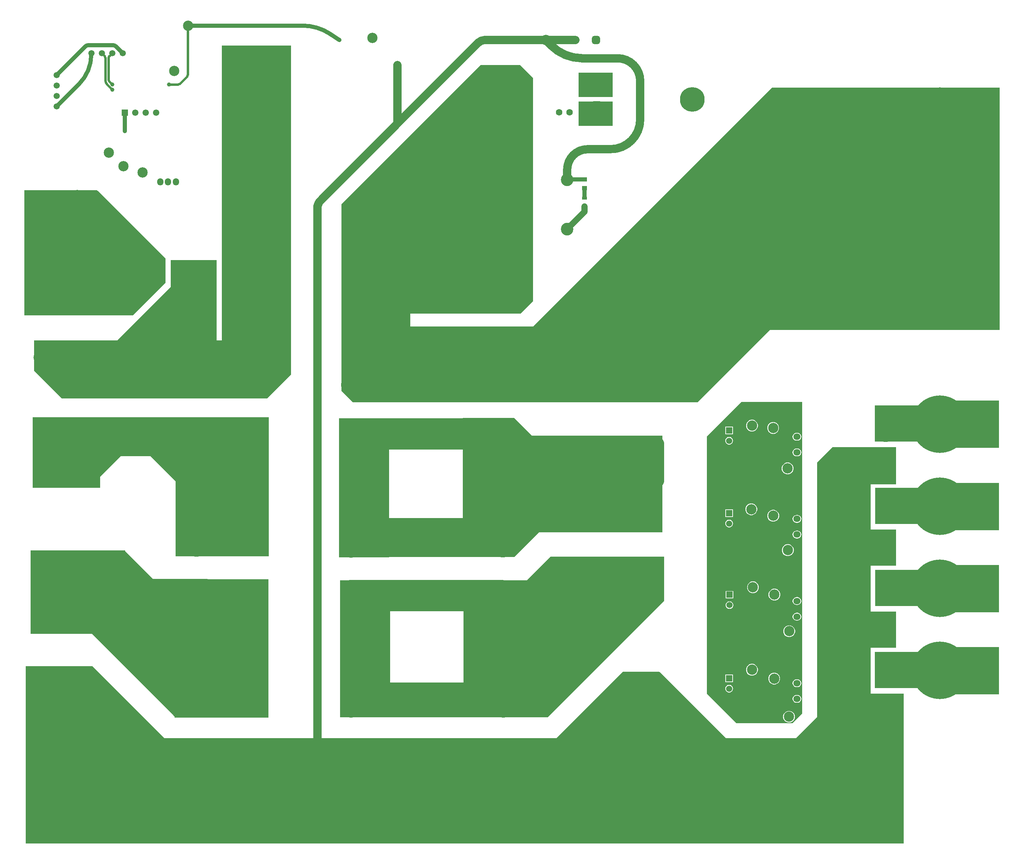
<source format=gbr>
%TF.GenerationSoftware,Altium Limited,Altium Designer,24.7.2 (38)*%
G04 Layer_Physical_Order=1*
G04 Layer_Color=255*
%FSLAX43Y43*%
%MOMM*%
%TF.SameCoordinates,3DDE4B3C-03A5-4BC3-9972-2EF5A5DF1AA7*%
%TF.FilePolarity,Positive*%
%TF.FileFunction,Copper,L1,Top,Signal*%
%TF.Part,Single*%
G01*
G75*
%TA.AperFunction,Conductor*%
%ADD10C,1.000*%
%ADD11C,2.000*%
%ADD12C,3.000*%
%ADD13C,5.000*%
%ADD14C,0.600*%
%TA.AperFunction,SMDPad,CuDef*%
%ADD15R,1.250X0.800*%
%ADD16R,1.200X1.100*%
%TA.AperFunction,Conductor*%
%ADD17C,1.500*%
%ADD18R,18.454X8.875*%
%ADD19R,14.478X11.557*%
%ADD20R,37.674X7.618*%
%ADD21R,12.275X33.923*%
%ADD22R,41.639X9.553*%
%ADD23R,12.525X33.684*%
%ADD24R,40.634X23.495*%
%ADD25R,12.250X33.440*%
%ADD26R,22.650X33.844*%
%ADD27R,22.859X33.793*%
%ADD28R,40.145X9.500*%
%ADD29R,16.475X10.825*%
%ADD30R,23.100X20.300*%
%ADD31R,40.145X13.393*%
%ADD32R,9.788X33.018*%
%TA.AperFunction,NonConductor*%
%ADD33R,14.478X11.557*%
%TA.AperFunction,Conductor*%
%ADD34R,8.382X5.969*%
%ADD35R,23.350X31.100*%
%ADD36R,16.150X30.477*%
%TA.AperFunction,ComponentPad*%
%ADD37C,5.000*%
%ADD38C,1.500*%
%ADD39R,1.500X1.500*%
%ADD40C,2.500*%
%ADD41O,1.778X1.524*%
%ADD42O,5.080X8.890*%
%ADD43C,14.000*%
%ADD44C,3.000*%
%ADD45C,8.000*%
%ADD46C,4.064*%
%ADD47C,2.032*%
%ADD48O,8.890X5.080*%
%ADD49O,1.524X1.778*%
%ADD50C,6.000*%
%ADD51O,6.600X4.826*%
%ADD52O,3.000X3.100*%
%ADD53C,1.600*%
%ADD54R,1.550X1.550*%
%ADD55C,1.550*%
%ADD56C,1.950*%
G04:AMPARAMS|DCode=57|XSize=1.95mm|YSize=1.95mm|CornerRadius=0.488mm|HoleSize=0mm|Usage=FLASHONLY|Rotation=180.000|XOffset=0mm|YOffset=0mm|HoleType=Round|Shape=RoundedRectangle|*
%AMROUNDEDRECTD57*
21,1,1.950,0.975,0,0,180.0*
21,1,0.975,1.950,0,0,180.0*
1,1,0.975,-0.488,0.488*
1,1,0.975,0.488,0.488*
1,1,0.975,0.488,-0.488*
1,1,0.975,-0.488,-0.488*
%
%ADD57ROUNDEDRECTD57*%
%TA.AperFunction,ViaPad*%
%ADD58C,1.000*%
%ADD59C,1.500*%
%ADD60C,0.800*%
G36*
X36475Y155312D02*
Y149425D01*
X28550Y141500D01*
X2450Y141500D01*
Y143986D01*
X2522Y144101D01*
X17000D01*
X17070Y144115D01*
X17130Y144155D01*
X17170Y144215D01*
X17184Y144285D01*
Y155842D01*
X17170Y155912D01*
X17130Y155972D01*
X17070Y156012D01*
X17000Y156026D01*
X2522D01*
X2450Y156141D01*
Y171977D01*
X19810D01*
X36475Y155312D01*
D02*
G37*
G36*
X67000Y143075D02*
D01*
X67000Y127000D01*
X61200Y121200D01*
X11227Y121200D01*
X4427Y128000D01*
Y135387D01*
X24725D01*
Y135400D01*
X37725Y148400D01*
Y152409D01*
Y154959D01*
X48888D01*
Y135387D01*
X50150D01*
Y147775D01*
X50150D01*
Y207212D01*
X67000D01*
Y143075D01*
D02*
G37*
G36*
X125977Y199269D02*
Y144977D01*
X122875Y141875D01*
X96050D01*
Y138775D01*
X125950Y138775D01*
X184100Y196925D01*
X239562D01*
X239562Y137950D01*
X183650D01*
X166025Y120325D01*
X82075D01*
X79275Y123125D01*
Y168550D01*
X113175Y202450D01*
X122796D01*
X125977Y199269D01*
D02*
G37*
G36*
X129427Y108413D02*
X129418Y108286D01*
X121453Y102306D01*
X121339Y102363D01*
X121339Y116335D01*
X121456Y116383D01*
X129427Y108413D01*
D02*
G37*
G36*
X26979Y108767D02*
X26990Y108640D01*
X18140Y99790D01*
X18020Y99830D01*
X17325Y104555D01*
Y107655D01*
Y109755D01*
Y115466D01*
X17438Y115525D01*
X26979Y108767D01*
D02*
G37*
G36*
X41369Y115111D02*
Y109399D01*
Y107299D01*
Y104199D01*
X40675Y99475D01*
X40554Y99435D01*
X31704Y108285D01*
X31715Y108411D01*
X41256Y115170D01*
X41369Y115111D01*
D02*
G37*
G36*
X129223Y90509D02*
X129158Y90443D01*
X129183Y90383D01*
X121419Y82619D01*
X121292Y82627D01*
X115467Y90386D01*
X115521Y90495D01*
X115507Y90513D01*
X115564Y90626D01*
X129175D01*
X129223Y90509D01*
D02*
G37*
G36*
X35575Y75150D02*
X35564Y75024D01*
X26534Y68628D01*
X38600Y73791D01*
X38706Y73721D01*
Y43910D01*
X38589Y43861D01*
X17712Y64738D01*
X17736Y64862D01*
X25910Y68360D01*
Y74036D01*
Y76136D01*
Y79236D01*
X26604Y83960D01*
X26725Y84000D01*
X35575Y75150D01*
D02*
G37*
G36*
X157850Y71950D02*
X129500Y43600D01*
X118400D01*
Y70900D01*
X130225Y82725D01*
X157850D01*
Y71950D01*
D02*
G37*
G36*
X191525Y44550D02*
X189125Y42150D01*
X175525D01*
X168300Y49375D01*
Y112000D01*
X176700Y120400D01*
X191525D01*
Y44550D01*
D02*
G37*
G36*
X214351Y100325D02*
X208200D01*
Y89276D01*
X214351D01*
Y80517D01*
X208200D01*
Y69328D01*
X214351D01*
Y60491D01*
X208200D01*
Y49365D01*
X216250D01*
Y38088D01*
Y12875D01*
X2450D01*
Y13987D01*
X2522Y14102D01*
X17000D01*
X17070Y14116D01*
X17130Y14155D01*
X17170Y14215D01*
X17184Y14285D01*
Y25842D01*
X17170Y25912D01*
X17130Y25972D01*
X17070Y26012D01*
X17000Y26026D01*
X2522D01*
X2450Y26141D01*
Y28986D01*
X2522Y29102D01*
X17000D01*
X17070Y29116D01*
X17130Y29155D01*
X17169Y29215D01*
X17183Y29285D01*
Y40842D01*
X17169Y40912D01*
X17130Y40972D01*
X17070Y41012D01*
X17000Y41026D01*
X2522D01*
X2450Y41141D01*
Y56025D01*
X18675Y56025D01*
X36200Y38500D01*
X131625D01*
X147843Y54718D01*
X156707D01*
X172925Y38500D01*
X190000D01*
X195125Y43625D01*
Y105675D01*
X198815Y109365D01*
X214351D01*
Y100325D01*
D02*
G37*
%LPC*%
G36*
X179463Y116055D02*
X179087D01*
X178723Y115958D01*
X178397Y115769D01*
X178131Y115503D01*
X177942Y115177D01*
X177845Y114813D01*
Y114437D01*
X177942Y114073D01*
X178131Y113747D01*
X178397Y113481D01*
X178723Y113292D01*
X179087Y113195D01*
X179463D01*
X179827Y113292D01*
X180153Y113481D01*
X180419Y113747D01*
X180608Y114073D01*
X180705Y114437D01*
Y114813D01*
X180608Y115177D01*
X180419Y115503D01*
X180153Y115769D01*
X179827Y115958D01*
X179463Y116055D01*
D02*
G37*
G36*
X184613Y115480D02*
X184237D01*
X183873Y115383D01*
X183547Y115194D01*
X183281Y114928D01*
X183092Y114602D01*
X182995Y114238D01*
Y113862D01*
X183092Y113498D01*
X183281Y113172D01*
X183547Y112906D01*
X183873Y112717D01*
X184237Y112620D01*
X184613D01*
X184977Y112717D01*
X185303Y112906D01*
X185569Y113172D01*
X185758Y113498D01*
X185855Y113862D01*
Y114238D01*
X185758Y114602D01*
X185569Y114928D01*
X185303Y115194D01*
X184977Y115383D01*
X184613Y115480D01*
D02*
G37*
G36*
X174630Y114411D02*
X172770D01*
Y112551D01*
X174630D01*
Y114411D01*
D02*
G37*
G36*
X190348Y112855D02*
X190094D01*
X189848Y112823D01*
X189619Y112728D01*
X189422Y112577D01*
X189271Y112380D01*
X189176Y112151D01*
X189144Y111905D01*
X189176Y111659D01*
X189271Y111430D01*
X189422Y111233D01*
X189619Y111082D01*
X189848Y110987D01*
X190094Y110955D01*
X190348D01*
X190594Y110987D01*
X190823Y111082D01*
X191020Y111233D01*
X191171Y111430D01*
X191266Y111659D01*
X191298Y111905D01*
X191266Y112151D01*
X191171Y112380D01*
X191020Y112577D01*
X190823Y112728D01*
X190594Y112823D01*
X190348Y112855D01*
D02*
G37*
G36*
X173822Y111871D02*
X173578D01*
X173341Y111808D01*
X173129Y111685D01*
X172956Y111512D01*
X172833Y111300D01*
X172770Y111063D01*
Y110819D01*
X172833Y110582D01*
X172956Y110370D01*
X173129Y110197D01*
X173341Y110074D01*
X173578Y110011D01*
X173822D01*
X174059Y110074D01*
X174271Y110197D01*
X174444Y110370D01*
X174567Y110582D01*
X174630Y110819D01*
Y111063D01*
X174567Y111300D01*
X174444Y111512D01*
X174271Y111685D01*
X174059Y111808D01*
X173822Y111871D01*
D02*
G37*
G36*
X190348Y109045D02*
X190094D01*
X189848Y109013D01*
X189619Y108918D01*
X189422Y108767D01*
X189271Y108570D01*
X189176Y108341D01*
X189144Y108095D01*
X189176Y107849D01*
X189271Y107620D01*
X189422Y107423D01*
X189619Y107272D01*
X189848Y107177D01*
X190094Y107145D01*
X190348D01*
X190594Y107177D01*
X190823Y107272D01*
X191020Y107423D01*
X191171Y107620D01*
X191266Y107849D01*
X191298Y108095D01*
X191266Y108341D01*
X191171Y108570D01*
X191020Y108767D01*
X190823Y108918D01*
X190594Y109013D01*
X190348Y109045D01*
D02*
G37*
G36*
X188126Y105630D02*
X187750D01*
X187386Y105533D01*
X187060Y105344D01*
X186794Y105078D01*
X186605Y104752D01*
X186508Y104388D01*
Y104012D01*
X186605Y103648D01*
X186794Y103322D01*
X187060Y103056D01*
X187386Y102867D01*
X187750Y102770D01*
X188126D01*
X188490Y102867D01*
X188816Y103056D01*
X189082Y103322D01*
X189271Y103648D01*
X189368Y104012D01*
Y104388D01*
X189271Y104752D01*
X189082Y105078D01*
X188816Y105344D01*
X188490Y105533D01*
X188126Y105630D01*
D02*
G37*
G36*
X179288Y95680D02*
X178912D01*
X178548Y95583D01*
X178222Y95394D01*
X177956Y95128D01*
X177767Y94802D01*
X177670Y94438D01*
Y94062D01*
X177767Y93698D01*
X177956Y93372D01*
X178222Y93106D01*
X178548Y92917D01*
X178912Y92820D01*
X179288D01*
X179652Y92917D01*
X179978Y93106D01*
X180244Y93372D01*
X180433Y93698D01*
X180530Y94062D01*
Y94438D01*
X180433Y94802D01*
X180244Y95128D01*
X179978Y95394D01*
X179652Y95583D01*
X179288Y95680D01*
D02*
G37*
G36*
X174630Y94260D02*
X172770D01*
Y92400D01*
X174630D01*
Y94260D01*
D02*
G37*
G36*
X184638Y94105D02*
X184262D01*
X183898Y94008D01*
X183572Y93819D01*
X183306Y93553D01*
X183117Y93227D01*
X183020Y92863D01*
Y92487D01*
X183117Y92123D01*
X183306Y91797D01*
X183572Y91531D01*
X183898Y91342D01*
X184262Y91245D01*
X184638D01*
X185002Y91342D01*
X185328Y91531D01*
X185594Y91797D01*
X185783Y92123D01*
X185880Y92487D01*
Y92863D01*
X185783Y93227D01*
X185594Y93553D01*
X185328Y93819D01*
X185002Y94008D01*
X184638Y94105D01*
D02*
G37*
G36*
X190348Y92855D02*
X190094D01*
X189848Y92823D01*
X189619Y92728D01*
X189422Y92577D01*
X189271Y92380D01*
X189176Y92151D01*
X189144Y91905D01*
X189176Y91659D01*
X189271Y91430D01*
X189422Y91233D01*
X189619Y91082D01*
X189848Y90987D01*
X190094Y90955D01*
X190348D01*
X190594Y90987D01*
X190823Y91082D01*
X191020Y91233D01*
X191171Y91430D01*
X191266Y91659D01*
X191298Y91905D01*
X191266Y92151D01*
X191171Y92380D01*
X191020Y92577D01*
X190823Y92728D01*
X190594Y92823D01*
X190348Y92855D01*
D02*
G37*
G36*
X173822Y91720D02*
X173578D01*
X173341Y91657D01*
X173129Y91534D01*
X172956Y91361D01*
X172833Y91149D01*
X172770Y90912D01*
Y90668D01*
X172833Y90431D01*
X172956Y90219D01*
X173129Y90046D01*
X173341Y89923D01*
X173578Y89860D01*
X173822D01*
X174059Y89923D01*
X174271Y90046D01*
X174444Y90219D01*
X174567Y90431D01*
X174630Y90668D01*
Y90912D01*
X174567Y91149D01*
X174444Y91361D01*
X174271Y91534D01*
X174059Y91657D01*
X173822Y91720D01*
D02*
G37*
G36*
X190348Y89045D02*
X190094D01*
X189848Y89013D01*
X189619Y88918D01*
X189422Y88767D01*
X189271Y88570D01*
X189176Y88341D01*
X189144Y88095D01*
X189176Y87849D01*
X189271Y87620D01*
X189422Y87423D01*
X189619Y87272D01*
X189848Y87177D01*
X190094Y87145D01*
X190348D01*
X190594Y87177D01*
X190823Y87272D01*
X191020Y87423D01*
X191171Y87620D01*
X191266Y87849D01*
X191298Y88095D01*
X191266Y88341D01*
X191171Y88570D01*
X191020Y88767D01*
X190823Y88918D01*
X190594Y89013D01*
X190348Y89045D01*
D02*
G37*
G36*
X188188Y85730D02*
X187812D01*
X187448Y85633D01*
X187122Y85444D01*
X186856Y85178D01*
X186668Y84852D01*
X186570Y84488D01*
Y84112D01*
X186668Y83748D01*
X186856Y83422D01*
X187122Y83156D01*
X187448Y82968D01*
X187812Y82870D01*
X188188D01*
X188552Y82968D01*
X188878Y83156D01*
X189144Y83422D01*
X189333Y83748D01*
X189430Y84112D01*
Y84488D01*
X189333Y84852D01*
X189144Y85178D01*
X188878Y85444D01*
X188552Y85633D01*
X188188Y85730D01*
D02*
G37*
G36*
X179688Y76680D02*
X179312D01*
X178948Y76583D01*
X178622Y76394D01*
X178356Y76128D01*
X178167Y75802D01*
X178070Y75438D01*
Y75062D01*
X178167Y74698D01*
X178356Y74372D01*
X178622Y74106D01*
X178948Y73917D01*
X179312Y73820D01*
X179688D01*
X180052Y73917D01*
X180378Y74106D01*
X180644Y74372D01*
X180833Y74698D01*
X180930Y75062D01*
Y75438D01*
X180833Y75802D01*
X180644Y76128D01*
X180378Y76394D01*
X180052Y76583D01*
X179688Y76680D01*
D02*
G37*
G36*
X174730Y74370D02*
X172870D01*
Y72510D01*
X174730D01*
Y74370D01*
D02*
G37*
G36*
X184917Y74905D02*
X184540D01*
X184177Y74808D01*
X183851Y74619D01*
X183584Y74353D01*
X183396Y74027D01*
X183299Y73663D01*
Y73287D01*
X183396Y72923D01*
X183584Y72597D01*
X183851Y72331D01*
X184177Y72142D01*
X184540Y72045D01*
X184917D01*
X185281Y72142D01*
X185607Y72331D01*
X185873Y72597D01*
X186061Y72923D01*
X186159Y73287D01*
Y73663D01*
X186061Y74027D01*
X185873Y74353D01*
X185607Y74619D01*
X185281Y74808D01*
X184917Y74905D01*
D02*
G37*
G36*
X190348Y72855D02*
X190094D01*
X189848Y72823D01*
X189619Y72728D01*
X189422Y72577D01*
X189271Y72380D01*
X189176Y72151D01*
X189144Y71905D01*
X189176Y71659D01*
X189271Y71430D01*
X189422Y71233D01*
X189619Y71082D01*
X189848Y70987D01*
X190094Y70955D01*
X190348D01*
X190594Y70987D01*
X190823Y71082D01*
X191020Y71233D01*
X191171Y71430D01*
X191266Y71659D01*
X191298Y71905D01*
X191266Y72151D01*
X191171Y72380D01*
X191020Y72577D01*
X190823Y72728D01*
X190594Y72823D01*
X190348Y72855D01*
D02*
G37*
G36*
X173922Y71830D02*
X173678D01*
X173441Y71767D01*
X173229Y71644D01*
X173056Y71471D01*
X172933Y71259D01*
X172870Y71022D01*
Y70778D01*
X172933Y70541D01*
X173056Y70329D01*
X173229Y70156D01*
X173441Y70033D01*
X173678Y69970D01*
X173922D01*
X174159Y70033D01*
X174371Y70156D01*
X174544Y70329D01*
X174667Y70541D01*
X174730Y70778D01*
Y71022D01*
X174667Y71259D01*
X174544Y71471D01*
X174371Y71644D01*
X174159Y71767D01*
X173922Y71830D01*
D02*
G37*
G36*
X190348Y69045D02*
X190094D01*
X189848Y69013D01*
X189619Y68918D01*
X189422Y68767D01*
X189271Y68570D01*
X189176Y68341D01*
X189144Y68095D01*
X189176Y67849D01*
X189271Y67620D01*
X189422Y67423D01*
X189619Y67272D01*
X189848Y67177D01*
X190094Y67145D01*
X190348D01*
X190594Y67177D01*
X190823Y67272D01*
X191020Y67423D01*
X191171Y67620D01*
X191266Y67849D01*
X191298Y68095D01*
X191266Y68341D01*
X191171Y68570D01*
X191020Y68767D01*
X190823Y68918D01*
X190594Y69013D01*
X190348Y69045D01*
D02*
G37*
G36*
X188513Y65985D02*
X188137D01*
X187773Y65888D01*
X187447Y65699D01*
X187181Y65433D01*
X186993Y65107D01*
X186895Y64743D01*
Y64367D01*
X186993Y64003D01*
X187181Y63677D01*
X187447Y63411D01*
X187773Y63223D01*
X188137Y63125D01*
X188513D01*
X188877Y63223D01*
X189203Y63411D01*
X189469Y63677D01*
X189658Y64003D01*
X189755Y64367D01*
Y64743D01*
X189658Y65107D01*
X189469Y65433D01*
X189203Y65699D01*
X188877Y65888D01*
X188513Y65985D01*
D02*
G37*
G36*
X179463Y56605D02*
X179087D01*
X178723Y56508D01*
X178397Y56319D01*
X178131Y56053D01*
X177942Y55727D01*
X177845Y55363D01*
Y54987D01*
X177942Y54623D01*
X178131Y54297D01*
X178397Y54031D01*
X178723Y53842D01*
X179087Y53745D01*
X179463D01*
X179827Y53842D01*
X180153Y54031D01*
X180419Y54297D01*
X180608Y54623D01*
X180705Y54987D01*
Y55363D01*
X180608Y55727D01*
X180419Y56053D01*
X180153Y56319D01*
X179827Y56508D01*
X179463Y56605D01*
D02*
G37*
G36*
X174630Y54035D02*
X172770D01*
Y52175D01*
X174630D01*
Y54035D01*
D02*
G37*
G36*
X184866Y54453D02*
X184489D01*
X184126Y54355D01*
X183800Y54167D01*
X183533Y53901D01*
X183345Y53575D01*
X183248Y53211D01*
Y52834D01*
X183345Y52471D01*
X183533Y52145D01*
X183800Y51878D01*
X184126Y51690D01*
X184489Y51593D01*
X184866D01*
X185230Y51690D01*
X185556Y51878D01*
X185822Y52145D01*
X186010Y52471D01*
X186108Y52834D01*
Y53211D01*
X186010Y53575D01*
X185822Y53901D01*
X185556Y54167D01*
X185230Y54355D01*
X184866Y54453D01*
D02*
G37*
G36*
X190348Y52855D02*
X190094D01*
X189848Y52823D01*
X189619Y52728D01*
X189422Y52577D01*
X189271Y52380D01*
X189176Y52151D01*
X189144Y51905D01*
X189176Y51659D01*
X189271Y51430D01*
X189422Y51233D01*
X189619Y51082D01*
X189848Y50987D01*
X190094Y50955D01*
X190348D01*
X190594Y50987D01*
X190823Y51082D01*
X191020Y51233D01*
X191171Y51430D01*
X191266Y51659D01*
X191298Y51905D01*
X191266Y52151D01*
X191171Y52380D01*
X191020Y52577D01*
X190823Y52728D01*
X190594Y52823D01*
X190348Y52855D01*
D02*
G37*
G36*
X173822Y51495D02*
X173578D01*
X173341Y51432D01*
X173129Y51309D01*
X172956Y51136D01*
X172833Y50924D01*
X172770Y50687D01*
Y50443D01*
X172833Y50206D01*
X172956Y49994D01*
X173129Y49821D01*
X173341Y49698D01*
X173578Y49635D01*
X173822D01*
X174059Y49698D01*
X174271Y49821D01*
X174444Y49994D01*
X174567Y50206D01*
X174630Y50443D01*
Y50687D01*
X174567Y50924D01*
X174444Y51136D01*
X174271Y51309D01*
X174059Y51432D01*
X173822Y51495D01*
D02*
G37*
G36*
X190348Y49045D02*
X190094D01*
X189848Y49013D01*
X189619Y48918D01*
X189422Y48767D01*
X189271Y48570D01*
X189176Y48341D01*
X189144Y48095D01*
X189176Y47849D01*
X189271Y47620D01*
X189422Y47423D01*
X189619Y47272D01*
X189848Y47177D01*
X190094Y47145D01*
X190348D01*
X190594Y47177D01*
X190823Y47272D01*
X191020Y47423D01*
X191171Y47620D01*
X191266Y47849D01*
X191298Y48095D01*
X191266Y48341D01*
X191171Y48570D01*
X191020Y48767D01*
X190823Y48918D01*
X190594Y49013D01*
X190348Y49045D01*
D02*
G37*
G36*
X188463Y45155D02*
X188087D01*
X187723Y45058D01*
X187397Y44869D01*
X187131Y44603D01*
X186942Y44277D01*
X186845Y43913D01*
Y43537D01*
X186942Y43173D01*
X187131Y42847D01*
X187397Y42581D01*
X187723Y42392D01*
X188087Y42295D01*
X188463D01*
X188827Y42392D01*
X189153Y42581D01*
X189419Y42847D01*
X189608Y43173D01*
X189705Y43537D01*
Y43913D01*
X189608Y44277D01*
X189419Y44603D01*
X189153Y44869D01*
X188827Y45058D01*
X188463Y45155D01*
D02*
G37*
%LPD*%
D10*
X171521Y106222D02*
G03*
X171375Y105869I354J-353D01*
G01*
X173598Y68316D02*
G03*
X173800Y68360I-2J500D01*
G01*
X171375Y49725D02*
G03*
X173075Y48025I1700J0D01*
G01*
X26540Y190490D02*
G03*
X26540Y190486I1000J0D01*
G01*
X76567Y210004D02*
G03*
X69795Y212025I-6773J-10340D01*
G01*
X15382Y197762D02*
G03*
X18395Y205034I-7270J7272D01*
G01*
X24333Y206982D02*
G03*
X23626Y207275I-707J-707D01*
G01*
X17689Y207275D02*
G03*
X16983Y206983I0J-1000D01*
G01*
X171375Y88250D02*
Y105869D01*
Y68316D02*
Y88250D01*
X173700D01*
X171521Y106222D02*
X173700Y108401D01*
X171375Y68316D02*
X173598D01*
X171375Y49725D02*
Y68316D01*
X173075Y48025D02*
X173700D01*
X26540Y190486D02*
X26560Y186350D01*
X26540Y190551D02*
X26560Y190826D01*
X26540Y190490D02*
Y190551D01*
X10000Y200000D02*
X16983Y206983D01*
X76567Y210004D02*
X78825Y208525D01*
X41975Y212025D02*
X69790D01*
X69795Y212025D01*
X18395Y205034D02*
X18395Y205300D01*
X10000Y192380D02*
X15382Y197762D01*
X17689Y207275D02*
X23626Y207275D01*
X16983Y206983D02*
X16983Y206983D01*
X134392Y174567D02*
X138525D01*
Y170235D02*
Y172467D01*
X26015Y205300D02*
X26024D01*
X24333Y206982D02*
X26015Y205300D01*
D11*
X114103Y208500D02*
G03*
X112689Y207914I0J-2000D01*
G01*
X130350Y207200D02*
G03*
X137896Y204075I7570J7606D01*
G01*
X152050Y198545D02*
G03*
X146529Y204075I-5527J3D01*
G01*
D02*
G03*
X146525Y204075I-6J-5527D01*
G01*
X139252Y181925D02*
G03*
X134275Y176952I0J-4977D01*
G01*
X144800Y181925D02*
G03*
X152050Y189171I-0J7250D01*
G01*
X224920Y55080D02*
X225000Y55000D01*
X211811Y75080D02*
X211891Y75000D01*
X211811Y95080D02*
X211891Y95000D01*
X224920Y115080D02*
X225000Y115000D01*
X114103Y208500D02*
X129050Y208500D01*
X93213Y188438D02*
X112689Y207914D01*
X129050Y208500D02*
X130350Y207200D01*
X73868Y169093D02*
X93213Y188438D01*
X137896Y204075D02*
X137899Y204075D01*
X146525D01*
X139252Y181925D02*
X139257Y181925D01*
X152050Y198545D02*
X152050Y189171D01*
X129050Y208500D02*
X136300D01*
X92975Y188675D02*
X93071Y188579D01*
X73425Y168022D02*
X73785Y168893D01*
X73425Y31150D02*
Y168022D01*
X92975Y188675D02*
Y202400D01*
X134275Y176952D02*
X134275Y174500D01*
X139257Y181925D02*
X144800Y181925D01*
X134275Y174450D02*
Y174500D01*
X72725Y30450D02*
X73425Y31150D01*
D12*
X133754Y74493D02*
G03*
X134460Y74785I0J1000D01*
G01*
X137239Y77150D02*
G03*
X136533Y76858I0J-1000D01*
G01*
X118600Y85034D02*
X118870Y85304D01*
X81590Y113853D02*
X81710Y113973D01*
X145305Y77150D02*
X156330D01*
X145305Y106163D02*
Y108007D01*
Y106163D02*
X156330D01*
X145305Y104403D02*
Y106163D01*
X156280Y110395D02*
X156330Y110345D01*
Y106163D02*
Y110345D01*
X43850Y46066D02*
X43950Y46166D01*
X5812Y77678D02*
X16820D01*
Y79537D01*
Y75820D02*
Y77678D01*
X5715Y77775D02*
Y81905D01*
Y73710D02*
Y77775D01*
X5812Y77678D01*
X5715Y73710D02*
X5725Y73700D01*
X145305Y75400D02*
Y77150D01*
X156330Y101190D02*
Y106163D01*
Y77150D02*
Y81165D01*
X145305Y77150D02*
Y79257D01*
X156330Y72650D02*
Y77150D01*
X156280Y81215D02*
X156330Y81165D01*
X118600Y74493D02*
X118710Y74383D01*
D13*
X20019Y77011D02*
G03*
X18102Y77677I-2565J-4292D01*
G01*
X22944Y75263D02*
G03*
X25496Y74557I2561J4295D01*
G01*
X118600Y74493D02*
X133754D01*
X81240Y85284D02*
X113762D01*
X81590Y85034D02*
Y113853D01*
X137239Y77150D02*
X145305D01*
X134460Y74785D02*
X136533Y76858D01*
X118870Y106163D02*
X145305D01*
X20019Y77011D02*
X22944Y75263D01*
X25502Y74557D02*
X43925D01*
X25496Y74557D02*
X25502Y74557D01*
X16966Y77825D02*
X18102Y77677D01*
X44000Y46216D02*
Y74632D01*
X118870Y85304D02*
Y106163D01*
X81590Y46091D02*
Y74493D01*
X81639Y46140D02*
X118661D01*
X118870Y113973D02*
X118870Y106163D01*
X118710Y46091D02*
Y74383D01*
D14*
X39523Y197685D02*
G03*
X39946Y197860I0J600D01*
G01*
X41725Y199639D02*
G03*
X41900Y200062I-425J423D01*
G01*
X42075Y211200D02*
G03*
X41900Y210776I425J-424D01*
G01*
X21820Y198755D02*
G03*
X22286Y197633I1598J6D01*
G01*
X21793Y204197D02*
G03*
X21617Y204618I-600J-3D01*
G01*
X22749Y204574D02*
G03*
X22573Y204148I424J-424D01*
G01*
X22599Y198835D02*
G03*
X22774Y198415I600J4D01*
G01*
X23474Y205299D02*
G03*
X23473Y205298I424J-424D01*
G01*
X23475Y205300D02*
G03*
X23474Y205299I423J-426D01*
G01*
X37350Y197685D02*
X39523D01*
X39946Y197860D02*
X41725Y199639D01*
X41900Y200062D02*
Y210776D01*
X42075Y211200D02*
X42200Y211325D01*
X21793Y204197D02*
X21820Y198755D01*
X22286Y197633D02*
X22287Y197632D01*
X23504Y196415D01*
X20935Y205300D02*
X21617Y204618D01*
X22774Y198415D02*
X23504Y197685D01*
X22749Y204574D02*
X23473Y205298D01*
X22573Y204148D02*
X22599Y198835D01*
D15*
X138525Y168000D02*
D03*
Y170000D02*
D03*
D16*
X138525Y174567D02*
D03*
Y172467D02*
D03*
D17*
X138525Y166700D02*
Y168000D01*
X134275Y162450D02*
X138525Y166700D01*
D18*
X218489Y75099D02*
D03*
X218439Y55088D02*
D03*
X218468Y95099D02*
D03*
X218443Y115099D02*
D03*
D19*
X232239Y174936D02*
D03*
X232239Y94936D02*
D03*
X232239Y74936D02*
D03*
X232239Y114937D02*
D03*
X232239Y54937D02*
D03*
X232239Y159936D02*
D03*
X232239Y189936D02*
D03*
X232239Y144937D02*
D03*
X9761Y165063D02*
D03*
D20*
X99839Y112562D02*
D03*
X100002Y73206D02*
D03*
X100773Y48219D02*
D03*
D21*
X84837Y99511D02*
D03*
D22*
X100530Y87327D02*
D03*
D23*
X115113Y99626D02*
D03*
D24*
X137163Y100397D02*
D03*
D25*
X85050Y60295D02*
D03*
D26*
X50250Y99737D02*
D03*
D27*
X50055Y60396D02*
D03*
D28*
X24173Y111925D02*
D03*
D29*
X12337Y104854D02*
D03*
D30*
X15100Y74050D02*
D03*
D31*
X26648Y70596D02*
D03*
D32*
X113919Y60116D02*
D03*
D33*
X9761Y150064D02*
D03*
X9761Y35064D02*
D03*
X9761Y20064D02*
D03*
D34*
X141206Y190583D02*
D03*
Y197567D02*
D03*
D35*
X14100Y28425D02*
D03*
D36*
X10175Y156739D02*
D03*
D37*
X44000Y124575D02*
D03*
Y114034D02*
D03*
X81710Y124514D02*
D03*
Y113973D02*
D03*
X118870Y124514D02*
D03*
X81590Y85034D02*
D03*
Y74493D02*
D03*
Y46091D02*
D03*
Y35550D02*
D03*
X118870Y113973D02*
D03*
X118600Y74493D02*
D03*
Y85034D02*
D03*
X118710Y35550D02*
D03*
Y46091D02*
D03*
X43850Y35525D02*
D03*
Y46066D02*
D03*
X44000Y74632D02*
D03*
Y85173D02*
D03*
D38*
X173700Y48025D02*
D03*
Y50565D02*
D03*
Y88250D02*
D03*
Y90790D02*
D03*
Y108401D02*
D03*
Y110941D02*
D03*
X173800Y68360D02*
D03*
Y70900D02*
D03*
X26015Y205300D02*
D03*
X23475D02*
D03*
X20935D02*
D03*
X18395D02*
D03*
X10000Y200000D02*
D03*
Y197460D02*
D03*
Y194920D02*
D03*
Y192380D02*
D03*
D39*
X173700Y53105D02*
D03*
Y93330D02*
D03*
Y113481D02*
D03*
X173800Y73440D02*
D03*
D40*
X179275Y55175D02*
D03*
X188275Y43725D02*
D03*
X184678Y53023D02*
D03*
X184729Y73475D02*
D03*
X179500Y75250D02*
D03*
X188325Y64555D02*
D03*
X188000Y84300D02*
D03*
X184425Y114050D02*
D03*
X187938Y104200D02*
D03*
X179275Y114625D02*
D03*
X179100Y94250D02*
D03*
X184450Y92675D02*
D03*
X159950Y170400D02*
D03*
X129050Y208500D02*
D03*
X38600Y200975D02*
D03*
X41975Y212025D02*
D03*
X86875Y209025D02*
D03*
X26250Y177825D02*
D03*
X30834Y176251D02*
D03*
X22622Y181128D02*
D03*
D41*
X190221Y48095D02*
D03*
Y50000D02*
D03*
Y51905D02*
D03*
Y68095D02*
D03*
Y70000D02*
D03*
Y71905D02*
D03*
Y88095D02*
D03*
Y90000D02*
D03*
Y91905D02*
D03*
Y108095D02*
D03*
Y110000D02*
D03*
Y111905D02*
D03*
D42*
X211811Y44920D02*
D03*
Y55080D02*
D03*
Y64920D02*
D03*
Y75080D02*
D03*
Y84920D02*
D03*
Y95080D02*
D03*
Y104920D02*
D03*
Y115080D02*
D03*
D43*
X225000Y175000D02*
D03*
Y95000D02*
D03*
Y75000D02*
D03*
Y115000D02*
D03*
Y55000D02*
D03*
Y160000D02*
D03*
Y190000D02*
D03*
Y145000D02*
D03*
X15000Y150000D02*
D03*
Y165000D02*
D03*
Y35000D02*
D03*
Y20000D02*
D03*
D44*
X156280Y52675D02*
D03*
X156330Y72650D02*
D03*
X156280Y110395D02*
D03*
X156330Y130370D02*
D03*
Y101190D02*
D03*
X156280Y81215D02*
D03*
X5815Y131230D02*
D03*
X5765Y111255D02*
D03*
X5725Y73700D02*
D03*
X5675Y53725D02*
D03*
X5765Y101880D02*
D03*
X5715Y81905D02*
D03*
D45*
X120872Y198132D02*
D03*
X120770Y188048D02*
D03*
X120592Y157543D02*
D03*
X120745Y147332D02*
D03*
X54451Y203212D02*
D03*
X54578Y192900D02*
D03*
X54527Y157314D02*
D03*
Y147231D02*
D03*
D46*
X113074Y147205D02*
D03*
X113125Y157365D02*
D03*
X113175Y187921D02*
D03*
X113125Y198081D02*
D03*
X62299Y203034D02*
D03*
X62350Y192900D02*
D03*
X62325Y157340D02*
D03*
X62274Y147154D02*
D03*
D47*
X145305Y133153D02*
D03*
Y108007D02*
D03*
Y75400D02*
D03*
Y50254D02*
D03*
Y104403D02*
D03*
Y79257D02*
D03*
X16790Y133586D02*
D03*
Y108440D02*
D03*
X16820Y75820D02*
D03*
Y50674D02*
D03*
Y104683D02*
D03*
Y79537D02*
D03*
D48*
X42160Y152419D02*
D03*
X32000D02*
D03*
D49*
X38985Y174009D02*
D03*
X37080D02*
D03*
X35175D02*
D03*
D50*
X164700Y194075D02*
D03*
D51*
X141332Y196996D02*
D03*
X141459Y191154D02*
D03*
D52*
X134275Y174450D02*
D03*
Y162450D02*
D03*
D53*
X132280Y190900D02*
D03*
X134820D02*
D03*
D54*
X26560Y190826D02*
D03*
D55*
X29100D02*
D03*
X31640D02*
D03*
X34180D02*
D03*
D56*
X136300Y208500D02*
D03*
D57*
X141300D02*
D03*
D58*
X26560Y186350D02*
D03*
X37350Y197685D02*
D03*
X23504Y196415D02*
D03*
Y197685D02*
D03*
D59*
X92975Y202400D02*
D03*
D60*
X78825Y208525D02*
D03*
%TF.MD5,3cfa3533b125b5eaa99271ab5afbe261*%
M02*

</source>
